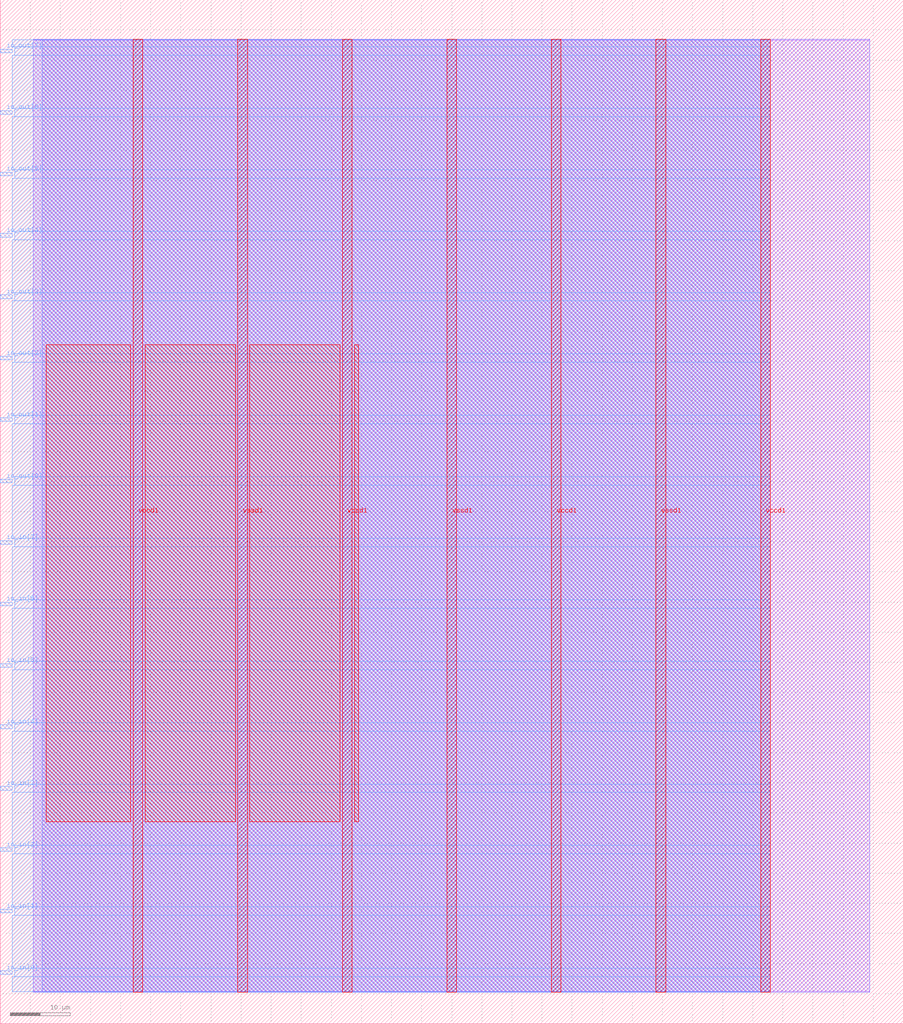
<source format=lef>
VERSION 5.7 ;
  NOWIREEXTENSIONATPIN ON ;
  DIVIDERCHAR "/" ;
  BUSBITCHARS "[]" ;
MACRO shan1293_2bitalu
  CLASS BLOCK ;
  FOREIGN shan1293_2bitalu ;
  ORIGIN 0.000 0.000 ;
  SIZE 150.000 BY 170.000 ;
  PIN io_in[0]
    DIRECTION INPUT ;
    USE SIGNAL ;
    PORT
      LAYER met3 ;
        RECT 0.000 8.200 2.000 8.800 ;
    END
  END io_in[0]
  PIN io_in[1]
    DIRECTION INPUT ;
    USE SIGNAL ;
    PORT
      LAYER met3 ;
        RECT 0.000 18.400 2.000 19.000 ;
    END
  END io_in[1]
  PIN io_in[2]
    DIRECTION INPUT ;
    USE SIGNAL ;
    PORT
      LAYER met3 ;
        RECT 0.000 28.600 2.000 29.200 ;
    END
  END io_in[2]
  PIN io_in[3]
    DIRECTION INPUT ;
    USE SIGNAL ;
    PORT
      LAYER met3 ;
        RECT 0.000 38.800 2.000 39.400 ;
    END
  END io_in[3]
  PIN io_in[4]
    DIRECTION INPUT ;
    USE SIGNAL ;
    PORT
      LAYER met3 ;
        RECT 0.000 49.000 2.000 49.600 ;
    END
  END io_in[4]
  PIN io_in[5]
    DIRECTION INPUT ;
    USE SIGNAL ;
    PORT
      LAYER met3 ;
        RECT 0.000 59.200 2.000 59.800 ;
    END
  END io_in[5]
  PIN io_in[6]
    DIRECTION INPUT ;
    USE SIGNAL ;
    PORT
      LAYER met3 ;
        RECT 0.000 69.400 2.000 70.000 ;
    END
  END io_in[6]
  PIN io_in[7]
    DIRECTION INPUT ;
    USE SIGNAL ;
    PORT
      LAYER met3 ;
        RECT 0.000 79.600 2.000 80.200 ;
    END
  END io_in[7]
  PIN io_out[0]
    DIRECTION OUTPUT TRISTATE ;
    USE SIGNAL ;
    PORT
      LAYER met3 ;
        RECT 0.000 89.800 2.000 90.400 ;
    END
  END io_out[0]
  PIN io_out[1]
    DIRECTION OUTPUT TRISTATE ;
    USE SIGNAL ;
    PORT
      LAYER met3 ;
        RECT 0.000 100.000 2.000 100.600 ;
    END
  END io_out[1]
  PIN io_out[2]
    DIRECTION OUTPUT TRISTATE ;
    USE SIGNAL ;
    PORT
      LAYER met3 ;
        RECT 0.000 110.200 2.000 110.800 ;
    END
  END io_out[2]
  PIN io_out[3]
    DIRECTION OUTPUT TRISTATE ;
    USE SIGNAL ;
    PORT
      LAYER met3 ;
        RECT 0.000 120.400 2.000 121.000 ;
    END
  END io_out[3]
  PIN io_out[4]
    DIRECTION OUTPUT TRISTATE ;
    USE SIGNAL ;
    PORT
      LAYER met3 ;
        RECT 0.000 130.600 2.000 131.200 ;
    END
  END io_out[4]
  PIN io_out[5]
    DIRECTION OUTPUT TRISTATE ;
    USE SIGNAL ;
    PORT
      LAYER met3 ;
        RECT 0.000 140.800 2.000 141.400 ;
    END
  END io_out[5]
  PIN io_out[6]
    DIRECTION OUTPUT TRISTATE ;
    USE SIGNAL ;
    PORT
      LAYER met3 ;
        RECT 0.000 151.000 2.000 151.600 ;
    END
  END io_out[6]
  PIN io_out[7]
    DIRECTION OUTPUT TRISTATE ;
    USE SIGNAL ;
    PORT
      LAYER met3 ;
        RECT 0.000 161.200 2.000 161.800 ;
    END
  END io_out[7]
  PIN vccd1
    DIRECTION INOUT ;
    USE POWER ;
    PORT
      LAYER met4 ;
        RECT 22.090 5.200 23.690 163.440 ;
    END
    PORT
      LAYER met4 ;
        RECT 56.830 5.200 58.430 163.440 ;
    END
    PORT
      LAYER met4 ;
        RECT 91.570 5.200 93.170 163.440 ;
    END
    PORT
      LAYER met4 ;
        RECT 126.310 5.200 127.910 163.440 ;
    END
  END vccd1
  PIN vssd1
    DIRECTION INOUT ;
    USE GROUND ;
    PORT
      LAYER met4 ;
        RECT 39.460 5.200 41.060 163.440 ;
    END
    PORT
      LAYER met4 ;
        RECT 74.200 5.200 75.800 163.440 ;
    END
    PORT
      LAYER met4 ;
        RECT 108.940 5.200 110.540 163.440 ;
    END
  END vssd1
  OBS
      LAYER li1 ;
        RECT 5.520 5.355 144.440 163.285 ;
      LAYER met1 ;
        RECT 5.520 5.200 144.440 163.440 ;
      LAYER met2 ;
        RECT 6.990 5.255 127.880 163.385 ;
      LAYER met3 ;
        RECT 2.000 162.200 127.900 163.365 ;
        RECT 2.400 160.800 127.900 162.200 ;
        RECT 2.000 152.000 127.900 160.800 ;
        RECT 2.400 150.600 127.900 152.000 ;
        RECT 2.000 141.800 127.900 150.600 ;
        RECT 2.400 140.400 127.900 141.800 ;
        RECT 2.000 131.600 127.900 140.400 ;
        RECT 2.400 130.200 127.900 131.600 ;
        RECT 2.000 121.400 127.900 130.200 ;
        RECT 2.400 120.000 127.900 121.400 ;
        RECT 2.000 111.200 127.900 120.000 ;
        RECT 2.400 109.800 127.900 111.200 ;
        RECT 2.000 101.000 127.900 109.800 ;
        RECT 2.400 99.600 127.900 101.000 ;
        RECT 2.000 90.800 127.900 99.600 ;
        RECT 2.400 89.400 127.900 90.800 ;
        RECT 2.000 80.600 127.900 89.400 ;
        RECT 2.400 79.200 127.900 80.600 ;
        RECT 2.000 70.400 127.900 79.200 ;
        RECT 2.400 69.000 127.900 70.400 ;
        RECT 2.000 60.200 127.900 69.000 ;
        RECT 2.400 58.800 127.900 60.200 ;
        RECT 2.000 50.000 127.900 58.800 ;
        RECT 2.400 48.600 127.900 50.000 ;
        RECT 2.000 39.800 127.900 48.600 ;
        RECT 2.400 38.400 127.900 39.800 ;
        RECT 2.000 29.600 127.900 38.400 ;
        RECT 2.400 28.200 127.900 29.600 ;
        RECT 2.000 19.400 127.900 28.200 ;
        RECT 2.400 18.000 127.900 19.400 ;
        RECT 2.000 9.200 127.900 18.000 ;
        RECT 2.400 7.800 127.900 9.200 ;
        RECT 2.000 5.275 127.900 7.800 ;
      LAYER met4 ;
        RECT 7.655 33.495 21.690 112.705 ;
        RECT 24.090 33.495 39.060 112.705 ;
        RECT 41.460 33.495 56.430 112.705 ;
        RECT 58.830 33.495 59.505 112.705 ;
  END
END shan1293_2bitalu
END LIBRARY


</source>
